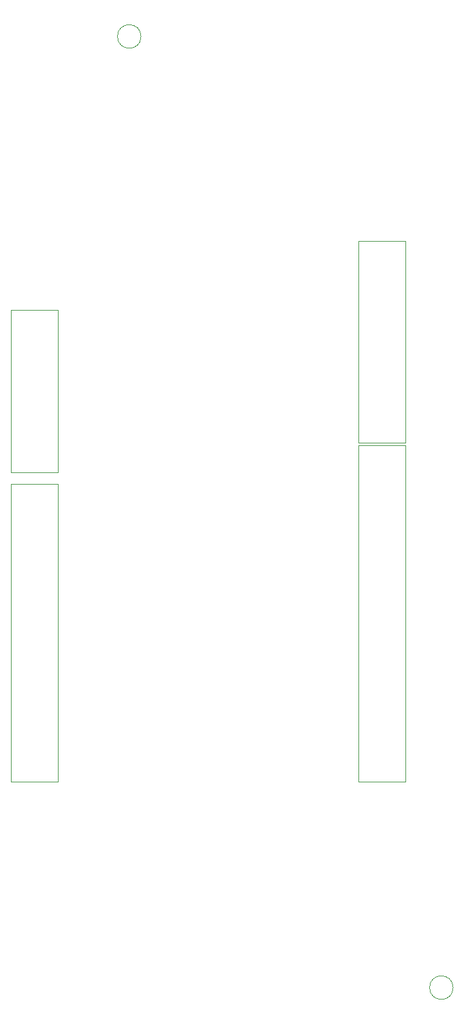
<source format=gbr>
G04 #@! TF.FileFunction,Other,User*
%FSLAX46Y46*%
G04 Gerber Fmt 4.6, Leading zero omitted, Abs format (unit mm)*
G04 Created by KiCad (PCBNEW 4.0.7) date Mon Nov 12 23:25:46 2018*
%MOMM*%
%LPD*%
G01*
G04 APERTURE LIST*
%ADD10C,0.100000*%
%ADD11C,0.050000*%
G04 APERTURE END LIST*
D10*
D11*
X171050000Y-153000000D02*
G75*
G03X171050000Y-153000000I-1550000J0D01*
G01*
X129989000Y-28032000D02*
G75*
G03X129989000Y-28032000I-1550000J0D01*
G01*
X119063000Y-63951000D02*
X119063000Y-85301000D01*
X119063000Y-85301000D02*
X112913000Y-85301000D01*
X112913000Y-85301000D02*
X112913000Y-63951000D01*
X112913000Y-63951000D02*
X119063000Y-63951000D01*
X119063000Y-86811000D02*
X119063000Y-125961000D01*
X119063000Y-125961000D02*
X112913000Y-125961000D01*
X112913000Y-125961000D02*
X112913000Y-86811000D01*
X112913000Y-86811000D02*
X119063000Y-86811000D01*
X164783000Y-54934000D02*
X164783000Y-81384000D01*
X164783000Y-81384000D02*
X158633000Y-81384000D01*
X158633000Y-81384000D02*
X158633000Y-54934000D01*
X158633000Y-54934000D02*
X164783000Y-54934000D01*
X164783000Y-81731000D02*
X164783000Y-125981000D01*
X164783000Y-125981000D02*
X158633000Y-125981000D01*
X158633000Y-125981000D02*
X158633000Y-81731000D01*
X158633000Y-81731000D02*
X164783000Y-81731000D01*
M02*

</source>
